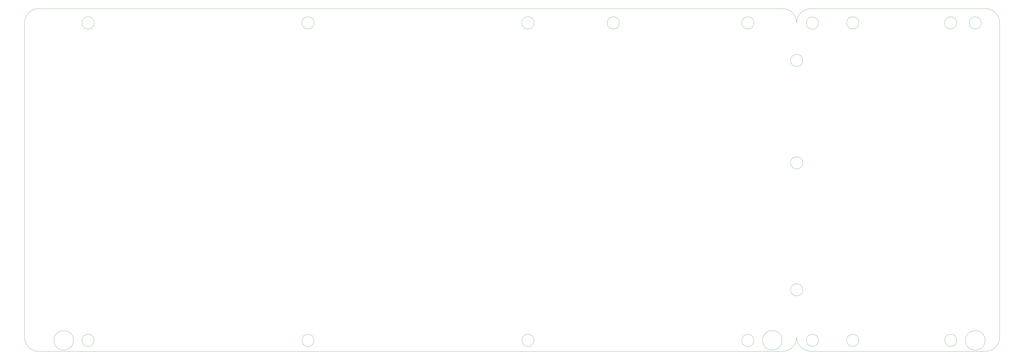
<source format=gbr>
G04 #@! TF.GenerationSoftware,KiCad,Pcbnew,(5.1.9)-1*
G04 #@! TF.CreationDate,2021-06-29T21:56:24-04:00*
G04 #@! TF.ProjectId,v364mx,76333634-6d78-42e6-9b69-6361645f7063,rev?*
G04 #@! TF.SameCoordinates,Original*
G04 #@! TF.FileFunction,Profile,NP*
%FSLAX46Y46*%
G04 Gerber Fmt 4.6, Leading zero omitted, Abs format (unit mm)*
G04 Created by KiCad (PCBNEW (5.1.9)-1) date 2021-06-29 21:56:24*
%MOMM*%
%LPD*%
G01*
G04 APERTURE LIST*
G04 #@! TA.AperFunction,Profile*
%ADD10C,0.050000*%
G04 #@! TD*
G04 APERTURE END LIST*
D10*
X358392100Y-147269200D02*
G75*
G03*
X358392100Y-147269200I-2500000J0D01*
G01*
X439888000Y-277266400D02*
G75*
G03*
X439888000Y-277266400I-2500000J0D01*
G01*
X439888000Y-147358100D02*
G75*
G03*
X439888000Y-147358100I-2500000J0D01*
G01*
X456385300Y-147269200D02*
G75*
G03*
X456385300Y-147269200I-2500000J0D01*
G01*
X508019994Y-277279100D02*
G75*
G03*
X508019994Y-277279100I-3995094J0D01*
G01*
X508177800Y-281774900D02*
X436803800Y-281774900D01*
X508177800Y-141427200D02*
X436791100Y-141427200D01*
X514019800Y-147853400D02*
X514019800Y-147269200D01*
X514019800Y-275932900D02*
X514019800Y-147853400D01*
X134944794Y-277266400D02*
G75*
G03*
X134944794Y-277266400I-3995094J0D01*
G01*
X424949294Y-277253700D02*
G75*
G03*
X424949294Y-277253700I-3995094J0D01*
G01*
X120726200Y-281774900D02*
X425119800Y-281774900D01*
X425107100Y-141427200D02*
X120726200Y-141427200D01*
X425107100Y-141427200D02*
G75*
G02*
X430949100Y-147269200I0J-5842000D01*
G01*
X430949100Y-147269200D02*
G75*
G02*
X436791100Y-141427200I5842000J0D01*
G01*
X436803800Y-281774900D02*
G75*
G02*
X430961800Y-275932900I0J5842000D01*
G01*
X430961800Y-275932900D02*
G75*
G02*
X425119800Y-281774900I-5842000J0D01*
G01*
X433436400Y-204584300D02*
G75*
G03*
X433436400Y-204584300I-2500000J0D01*
G01*
X433411000Y-162663500D02*
G75*
G03*
X433411000Y-162663500I-2500000J0D01*
G01*
X433449100Y-256578100D02*
G75*
G03*
X433449100Y-256578100I-2500000J0D01*
G01*
X456385300Y-277266400D02*
G75*
G03*
X456385300Y-277266400I-2500000J0D01*
G01*
X506524900Y-147269200D02*
G75*
G03*
X506524900Y-147269200I-2500000J0D01*
G01*
X114884200Y-275932900D02*
X114884200Y-147269200D01*
X323441700Y-277266400D02*
G75*
G03*
X323441700Y-277266400I-2500000J0D01*
G01*
X233436800Y-147269200D02*
G75*
G03*
X233436800Y-147269200I-2500000J0D01*
G01*
X496466500Y-147269200D02*
G75*
G03*
X496466500Y-147269200I-2500000J0D01*
G01*
X413446600Y-277266400D02*
G75*
G03*
X413446600Y-277266400I-2500000J0D01*
G01*
X143431900Y-147269200D02*
G75*
G03*
X143431900Y-147269200I-2500000J0D01*
G01*
X508177800Y-141427200D02*
G75*
G02*
X514019800Y-147269200I0J-5842000D01*
G01*
X323441700Y-147269200D02*
G75*
G03*
X323441700Y-147269200I-2500000J0D01*
G01*
X143419200Y-277266400D02*
G75*
G03*
X143419200Y-277266400I-2500000J0D01*
G01*
X233436800Y-277266400D02*
G75*
G03*
X233436800Y-277266400I-2500000J0D01*
G01*
X496517300Y-277253700D02*
G75*
G03*
X496517300Y-277253700I-2500000J0D01*
G01*
X114884200Y-147269200D02*
G75*
G02*
X120726200Y-141427200I5842000J0D01*
G01*
X514019800Y-275932900D02*
G75*
G02*
X508177800Y-281774900I-5842000J0D01*
G01*
X413446600Y-147269200D02*
G75*
G03*
X413446600Y-147269200I-2500000J0D01*
G01*
X120726200Y-281774900D02*
G75*
G02*
X114884200Y-275932900I0J5842000D01*
G01*
M02*

</source>
